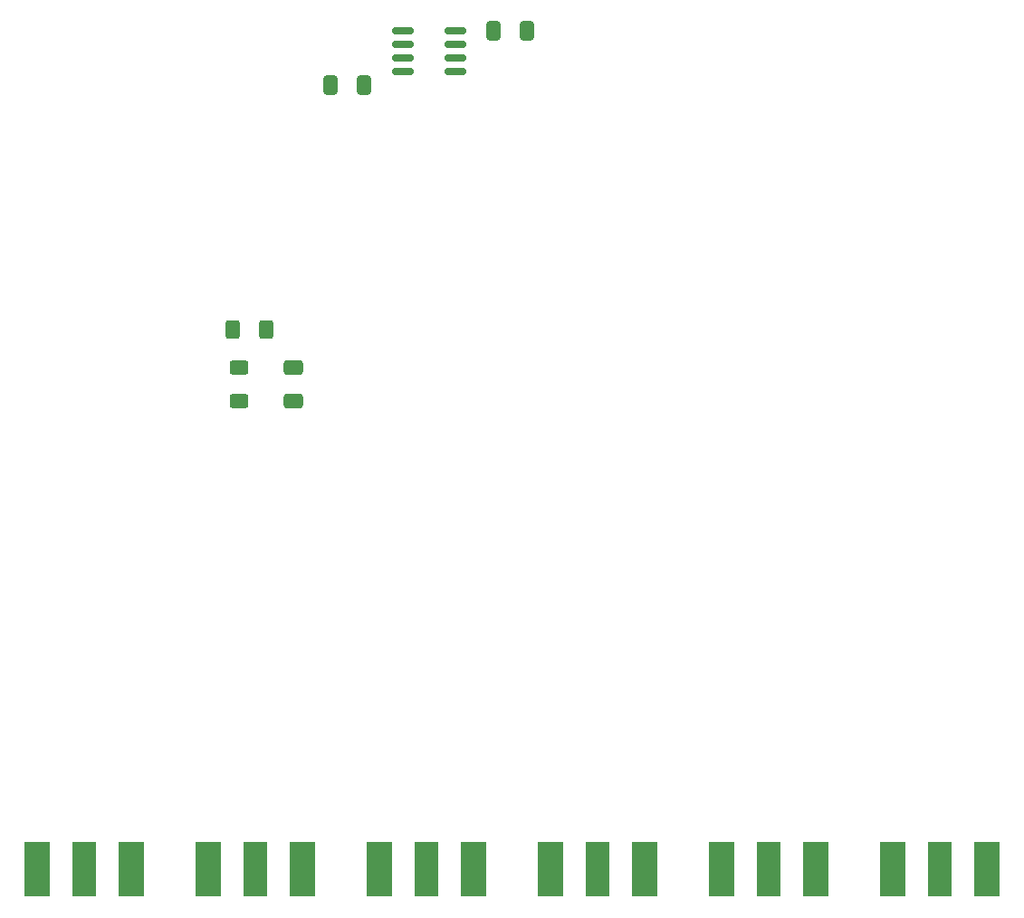
<source format=gtp>
G04 #@! TF.GenerationSoftware,KiCad,Pcbnew,9.0.0*
G04 #@! TF.CreationDate,2025-07-09T11:38:48-07:00*
G04 #@! TF.ProjectId,bipolar_current_driver_ADA4700-1,6269706f-6c61-4725-9f63-757272656e74,rev?*
G04 #@! TF.SameCoordinates,Original*
G04 #@! TF.FileFunction,Paste,Top*
G04 #@! TF.FilePolarity,Positive*
%FSLAX46Y46*%
G04 Gerber Fmt 4.6, Leading zero omitted, Abs format (unit mm)*
G04 Created by KiCad (PCBNEW 9.0.0) date 2025-07-09 11:38:48*
%MOMM*%
%LPD*%
G01*
G04 APERTURE LIST*
G04 Aperture macros list*
%AMRoundRect*
0 Rectangle with rounded corners*
0 $1 Rounding radius*
0 $2 $3 $4 $5 $6 $7 $8 $9 X,Y pos of 4 corners*
0 Add a 4 corners polygon primitive as box body*
4,1,4,$2,$3,$4,$5,$6,$7,$8,$9,$2,$3,0*
0 Add four circle primitives for the rounded corners*
1,1,$1+$1,$2,$3*
1,1,$1+$1,$4,$5*
1,1,$1+$1,$6,$7*
1,1,$1+$1,$8,$9*
0 Add four rect primitives between the rounded corners*
20,1,$1+$1,$2,$3,$4,$5,0*
20,1,$1+$1,$4,$5,$6,$7,0*
20,1,$1+$1,$6,$7,$8,$9,0*
20,1,$1+$1,$8,$9,$2,$3,0*%
G04 Aperture macros list end*
%ADD10RoundRect,0.250000X-0.400000X-0.625000X0.400000X-0.625000X0.400000X0.625000X-0.400000X0.625000X0*%
%ADD11RoundRect,0.250000X-0.625000X0.400000X-0.625000X-0.400000X0.625000X-0.400000X0.625000X0.400000X0*%
%ADD12R,2.290000X5.080000*%
%ADD13R,2.420000X5.080000*%
%ADD14RoundRect,0.250000X-0.412500X-0.650000X0.412500X-0.650000X0.412500X0.650000X-0.412500X0.650000X0*%
%ADD15RoundRect,0.250000X0.650000X-0.412500X0.650000X0.412500X-0.650000X0.412500X-0.650000X-0.412500X0*%
%ADD16RoundRect,0.150000X-0.825000X-0.150000X0.825000X-0.150000X0.825000X0.150000X-0.825000X0.150000X0*%
%ADD17RoundRect,0.250000X0.412500X0.650000X-0.412500X0.650000X-0.412500X-0.650000X0.412500X-0.650000X0*%
G04 APERTURE END LIST*
D10*
X123900000Y-96520000D03*
X127000000Y-96520000D03*
D11*
X124460000Y-100050000D03*
X124460000Y-103150000D03*
D12*
X190000000Y-146930000D03*
D13*
X185620000Y-146930000D03*
X194380000Y-146930000D03*
D14*
X148297500Y-68580000D03*
X151422500Y-68580000D03*
D12*
X142000000Y-146930000D03*
D13*
X137620000Y-146930000D03*
X146380000Y-146930000D03*
D12*
X126000000Y-146930000D03*
D13*
X121620000Y-146930000D03*
X130380000Y-146930000D03*
D15*
X129540000Y-103162500D03*
X129540000Y-100037500D03*
D16*
X139765000Y-68580000D03*
X139765000Y-69850000D03*
X139765000Y-71120000D03*
X139765000Y-72390000D03*
X144715000Y-72390000D03*
X144715000Y-71120000D03*
X144715000Y-69850000D03*
X144715000Y-68580000D03*
D12*
X158000000Y-146930000D03*
D13*
X153620000Y-146930000D03*
X162380000Y-146930000D03*
D12*
X174000000Y-146930000D03*
D13*
X169620000Y-146930000D03*
X178380000Y-146930000D03*
D17*
X136182500Y-73660000D03*
X133057500Y-73660000D03*
D12*
X110000000Y-146930000D03*
D13*
X105620000Y-146930000D03*
X114380000Y-146930000D03*
M02*

</source>
